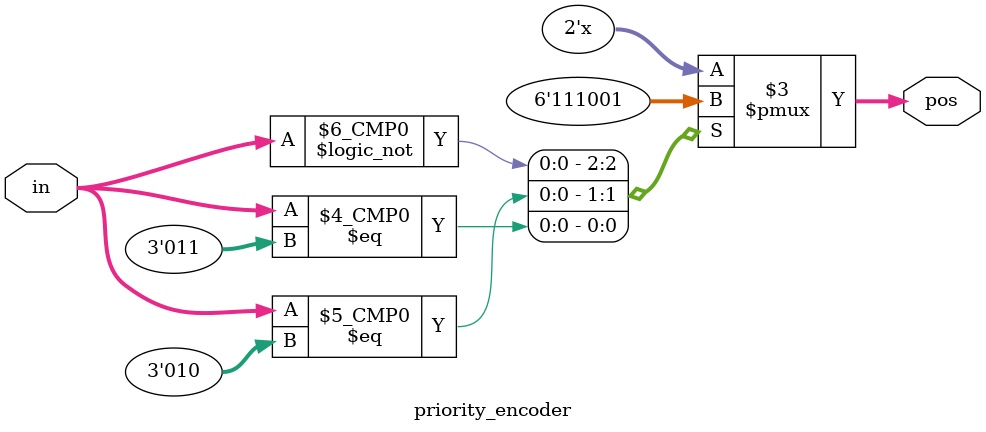
<source format=v>
module priority_encoder( 
input [2:0] in,
output reg [1:0] pos ); 
// When sel=1, assign b to out

always @ ( in ) begin
 case( in )
 
 2'b00: pos = 2'b11;
 // 2'b01;
 2'b10: pos = 2'b10;
 // 2'b11;
 2'b11: pos = 2'b01;
 
 endcase
 end 

endmodule

</source>
